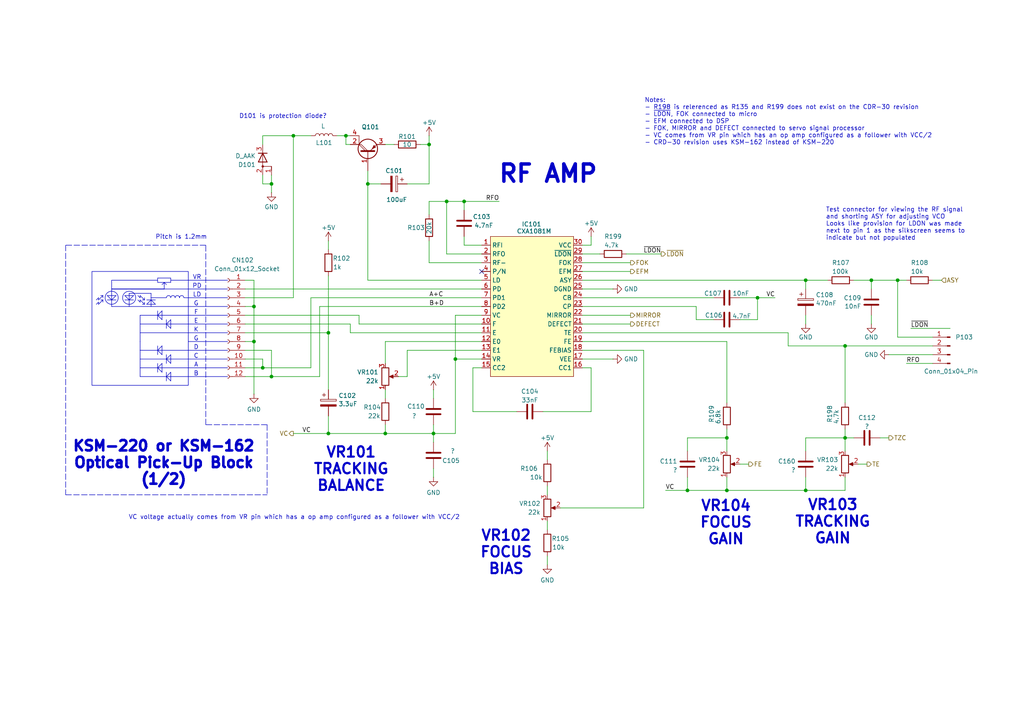
<source format=kicad_sch>
(kicad_sch (version 20231120) (generator "eeschema") (generator_version "8.0")
  (paper "A4")
  (title_block (title "PC-Engine CDR-30A (CD-ROM2) Schematics - MAIN PWR") (date "2025-02-09") (rev "0.3") (company "Author: Regis Galland"))
  (lib_symbols
    (symbol "Connector:Conn_01x04_Pin" (pin_names (offset 1.016) hide)
      (property "Reference" "J" (at 0 5.08 0))
      (property "Value" "Conn_01x04_Pin" (at 0 -7.62 0))
      (symbol "Conn_01x04_Pin_1_1"
        (polyline (pts (xy 1.27 -5.08) (xy 0.8636 -5.08)) (stroke (width 0.1524)))
        (polyline (pts (xy 1.27 -2.54) (xy 0.8636 -2.54)) (stroke (width 0.1524)))
        (polyline (pts (xy 1.27 0) (xy 0.8636 0)) (stroke (width 0.1524)))
        (polyline (pts (xy 1.27 2.54) (xy 0.8636 2.54)) (stroke (width 0.1524)))
        (rectangle (start 0.8636 -4.953) (end 0 -5.207) (stroke (width 0.1524)) (fill (type outline)))
        (rectangle (start 0.8636 -2.413) (end 0 -2.667) (stroke (width 0.1524)) (fill (type outline)))
        (rectangle (start 0.8636 0.127) (end 0 -0.127) (stroke (width 0.1524)) (fill (type outline)))
        (rectangle (start 0.8636 2.667) (end 0 2.413) (stroke (width 0.1524)) (fill (type outline)))
        (pin passive line (at 5.08 2.54 180) (length 3.81) (name "Pin_1") (number "1"))
        (pin passive line (at 5.08 0 180) (length 3.81) (name "Pin_2") (number "2"))
        (pin passive line (at 5.08 -2.54 180) (length 3.81) (name "Pin_3") (number "3"))
        (pin passive line (at 5.08 -5.08 180) (length 3.81) (name "Pin_4") (number "4"))
      )
    )
    (symbol "Connector:Conn_01x12_Socket" (pin_names (offset 1.016) hide)
      (property "Reference" "J" (at 0 15.24 0))
      (property "Value" "Conn_01x12_Socket" (at 0 -17.78 0))
      (symbol "Conn_01x12_Socket_1_1"
        (arc (start 0 -14.732) (mid -0.5058 -15.24) (end 0 -15.748) (stroke (width 0.1524)))
        (arc (start 0 -12.192) (mid -0.5058 -12.7) (end 0 -13.208) (stroke (width 0.1524)))
        (arc (start 0 -9.652) (mid -0.5058 -10.16) (end 0 -10.668) (stroke (width 0.1524)))
        (arc (start 0 -7.112) (mid -0.5058 -7.62) (end 0 -8.128) (stroke (width 0.1524)))
        (arc (start 0 -4.572) (mid -0.5058 -5.08) (end 0 -5.588) (stroke (width 0.1524)))
        (arc (start 0 -2.032) (mid -0.5058 -2.54) (end 0 -3.048) (stroke (width 0.1524)))
        (polyline (pts (xy -1.27 -15.24) (xy -0.508 -15.24)) (stroke (width 0.1524)))
        (polyline (pts (xy -1.27 -12.7) (xy -0.508 -12.7)) (stroke (width 0.1524)))
        (polyline (pts (xy -1.27 -10.16) (xy -0.508 -10.16)) (stroke (width 0.1524)))
        (polyline (pts (xy -1.27 -7.62) (xy -0.508 -7.62)) (stroke (width 0.1524)))
        (polyline (pts (xy -1.27 -5.08) (xy -0.508 -5.08)) (stroke (width 0.1524)))
        (polyline (pts (xy -1.27 -2.54) (xy -0.508 -2.54)) (stroke (width 0.1524)))
        (polyline (pts (xy -1.27 0) (xy -0.508 0)) (stroke (width 0.1524)))
        (polyline (pts (xy -1.27 2.54) (xy -0.508 2.54)) (stroke (width 0.1524)))
        (polyline (pts (xy -1.27 5.08) (xy -0.508 5.08)) (stroke (width 0.1524)))
        (polyline (pts (xy -1.27 7.62) (xy -0.508 7.62)) (stroke (width 0.1524)))
        (polyline (pts (xy -1.27 10.16) (xy -0.508 10.16)) (stroke (width 0.1524)))
        (polyline (pts (xy -1.27 12.7) (xy -0.508 12.7)) (stroke (width 0.1524)))
        (arc (start 0 0.508) (mid -0.5058 0) (end 0 -0.508) (stroke (width 0.1524)))
        (arc (start 0 3.048) (mid -0.5058 2.54) (end 0 2.032) (stroke (width 0.1524)))
        (arc (start 0 5.588) (mid -0.5058 5.08) (end 0 4.572) (stroke (width 0.1524)))
        (arc (start 0 8.128) (mid -0.5058 7.62) (end 0 7.112) (stroke (width 0.1524)))
        (arc (start 0 10.668) (mid -0.5058 10.16) (end 0 9.652) (stroke (width 0.1524)))
        (arc (start 0 13.208) (mid -0.5058 12.7) (end 0 12.192) (stroke (width 0.1524)))
        (pin passive line (at -5.08 12.7 0) (length 3.81) (name "Pin_1") (number "1"))
        (pin passive line (at -5.08 -10.16 0) (length 3.81) (name "Pin_10") (number "10"))
        (pin passive line (at -5.08 -12.7 0) (length 3.81) (name "Pin_11") (number "11"))
        (pin passive line (at -5.08 -15.24 0) (length 3.81) (name "Pin_12") (number "12"))
        (pin passive line (at -5.08 10.16 0) (length 3.81) (name "Pin_2") (number "2"))
        (pin passive line (at -5.08 7.62 0) (length 3.81) (name "Pin_3") (number "3"))
        (pin passive line (at -5.08 5.08 0) (length 3.81) (name "Pin_4") (number "4"))
        (pin passive line (at -5.08 2.54 0) (length 3.81) (name "Pin_5") (number "5"))
        (pin passive line (at -5.08 0 0) (length 3.81) (name "Pin_6") (number "6"))
        (pin passive line (at -5.08 -2.54 0) (length 3.81) (name "Pin_7") (number "7"))
        (pin passive line (at -5.08 -5.08 0) (length 3.81) (name "Pin_8") (number "8"))
        (pin passive line (at -5.08 -7.62 0) (length 3.81) (name "Pin_9") (number "9"))
      )
    )
    (symbol "Device:C" (pin_numbers hide) (pin_names (offset 0.254))
      (property "Reference" "C" (at 0.635 2.54 0))
      (property "Value" "C" (at 0.635 -2.54 0))
      (symbol "C_0_1"
        (polyline (pts (xy -2.032 -0.762) (xy 2.032 -0.762)) (stroke (width 0.508)))
        (polyline (pts (xy -2.032 0.762) (xy 2.032 0.762)) (stroke (width 0.508)))
      )
      (symbol "C_1_1"
        (pin passive line (at 0 3.81 270) (length 2.794) (name "~") (number "1"))
        (pin passive line (at 0 -3.81 90) (length 2.794) (name "~") (number "2"))
      )
    )
    (symbol "Device:C_Polarized" (pin_numbers hide) (pin_names (offset 0.254))
      (property "Reference" "C" (at 0.635 2.54 0))
      (property "Value" "C_Polarized" (at 0.635 -2.54 0))
      (symbol "C_Polarized_0_1"
        (rectangle (start -2.286 0.508) (end 2.286 1.016))
        (polyline (pts (xy -1.778 2.286) (xy -0.762 2.286)))
        (polyline (pts (xy -1.27 2.794) (xy -1.27 1.778)))
        (rectangle (start 2.286 -0.508) (end -2.286 -1.016) (fill (type outline)))
      )
      (symbol "C_Polarized_1_1"
        (pin passive line (at 0 3.81 270) (length 2.794) (name "~") (number "1"))
        (pin passive line (at 0 -3.81 90) (length 2.794) (name "~") (number "2"))
      )
    )
    (symbol "Device:D_AAK" (pin_names (offset 0) hide)
      (property "Reference" "D" (at 0 2.54 0))
      (property "Value" "D_AAK" (at 0 -2.54 0))
      (symbol "D_AAK_0_1"
        (polyline (pts (xy -1.27 1.27) (xy -1.27 -1.27)) (stroke (width 0.254)))
        (polyline (pts (xy 1.27 1.27) (xy 1.27 -1.27) (xy -1.27 0) (xy 1.27 1.27)) (stroke (width 0.254)))
        (polyline (pts (xy 3.81 2.54) (xy 2.54 2.54) (xy 2.54 0) (xy -1.27 0)))
        (circle (center 2.54 0) (radius 0.254) (fill (type outline)))
      )
      (symbol "D_AAK_1_1"
        (pin passive line (at 5.08 2.54 180) (length 2.54) (name "A") (number "1"))
        (pin passive line (at 5.08 0 180) (length 2.54) (name "A") (number "2"))
        (pin passive line (at -3.81 0 0) (length 2.54) (name "K") (number "3"))
      )
    )
    (symbol "Device:L" (pin_numbers hide) (pin_names (offset 1.016) hide)
      (property "Reference" "L" (at -1.27 0 90))
      (property "Value" "L" (at 1.905 0 90))
      (symbol "L_0_1"
        (arc (start 0 -2.54) (mid 0.6323 -1.905) (end 0 -1.27))
        (arc (start 0 -1.27) (mid 0.6323 -0.635) (end 0 0))
        (arc (start 0 0) (mid 0.6323 0.635) (end 0 1.27))
        (arc (start 0 1.27) (mid 0.6323 1.905) (end 0 2.54))
      )
      (symbol "L_1_1"
        (pin passive line (at 0 3.81 270) (length 1.27) (name "1") (number "1"))
        (pin passive line (at 0 -3.81 90) (length 1.27) (name "2") (number "2"))
      )
    )
    (symbol "Device:Q_PNP_Darlington_BCEC" (pin_names (offset 0) hide)
      (property "Reference" "Q" (at 5.588 1.27 0))
      (property "Value" "Q_PNP_Darlington_BCEC" (at 5.588 -1.27 0))
      (symbol "Q_PNP_Darlington_BCEC_0_1"
        (polyline (pts (xy 0.635 0.635) (xy 2.54 2.54)))
        (polyline (pts (xy 5.08 2.54) (xy 2.54 2.54)))
        (polyline (pts (xy 0.635 -0.635) (xy 2.54 -2.54) (xy 2.54 -2.54)))
        (polyline (pts (xy 0.635 0) (xy 2.54 1.905) (xy 2.54 2.54)))
        (polyline (pts (xy 0.635 1.905) (xy 0.635 -1.905) (xy 0.635 -1.905)) (stroke (width 0.508)))
        (polyline (pts (xy 2.286 -1.778) (xy 1.778 -2.286) (xy 1.27 -1.27) (xy 2.286 -1.778) (xy 2.286 -1.778)) (fill (type outline)))
        (circle (center 1.27 0) (radius 2.8194) (stroke (width 0.254)))
      )
      (symbol "Q_PNP_Darlington_BCEC_1_1"
        (pin input line (at -5.08 0 0) (length 5.715) (name "B") (number "1"))
        (pin passive line (at 2.54 5.08 270) (length 2.54) (name "C") (number "2"))
        (pin passive line (at 2.54 -5.08 90) (length 2.54) (name "E") (number "3"))
        (pin passive line (at 5.08 5.08 270) (length 2.54) (name "C") (number "4"))
      )
    )
    (symbol "Device:R" (pin_numbers hide) (pin_names (offset 0))
      (property "Reference" "R" (at 2.032 0 90))
      (property "Value" "R" (at 0 0 90))
      (symbol "R_0_1"
        (rectangle (start -1.016 -2.54) (end 1.016 2.54) (stroke (width 0.254)))
      )
      (symbol "R_1_1"
        (pin passive line (at 0 3.81 270) (length 1.27) (name "~") (number "1"))
        (pin passive line (at 0 -3.81 90) (length 1.27) (name "~") (number "2"))
      )
    )
    (symbol "Device:R_Potentiometer" (pin_names (offset 1.016) hide)
      (property "Reference" "RV" (at -4.445 0 90))
      (property "Value" "R_Potentiometer" (at -2.54 0 90))
      (symbol "R_Potentiometer_0_1"
        (polyline (pts (xy 2.54 0) (xy 1.524 0)))
        (polyline (pts (xy 1.143 0) (xy 2.286 0.508) (xy 2.286 -0.508) (xy 1.143 0)) (fill (type outline)))
        (rectangle (start 1.016 2.54) (end -1.016 -2.54) (stroke (width 0.254)))
      )
      (symbol "R_Potentiometer_1_1"
        (pin passive line (at 0 3.81 270) (length 1.27) (name "1") (number "1"))
        (pin passive line (at 3.81 0 180) (length 1.27) (name "2") (number "2"))
        (pin passive line (at 0 -3.81 90) (length 1.27) (name "3") (number "3"))
      )
    )
    (symbol "PC-Engine_CDR-30:CXA1081M"
      (property "Reference" "IC" (at -0.635 40.005 0))
      (property "Value" "CXA1081M" (at 7.62 4.445 0))
      (symbol "CXA1081M_0_0"
        (rectangle (start 2.54 2.54) (end 26.67 -38.1) (stroke (width 0.1524)) (fill (type background)))
      )
      (symbol "CXA1081M_1_1"
        (pin input line (at 0 0 0) (length 2.54) (name "RFI") (number "1"))
        (pin input line (at 0 -22.86 0) (length 2.54) (name "F") (number "10"))
        (pin input line (at 0 -25.4 0) (length 2.54) (name "E") (number "11"))
        (pin output line (at 0 -27.94 0) (length 2.54) (name "E0") (number "12"))
        (pin input line (at 0 -30.48 0) (length 2.54) (name "E1") (number "13"))
        (pin power_out line (at 0 -33.02 0) (length 2.54) (name "VR") (number "14"))
        (pin input line (at 0 -35.56 0) (length 2.54) (name "CC2") (number "15"))
        (pin input line (at 29.21 -35.56 180) (length 2.54) (name "CC1") (number "16"))
        (pin power_in line (at 29.21 -33.02 180) (length 2.54) (name "VEE") (number "17"))
        (pin input line (at 29.21 -30.48 180) (length 2.54) (name "FEBIAS") (number "18"))
        (pin output line (at 29.21 -27.94 180) (length 2.54) (name "FE") (number "19"))
        (pin output line (at 0 -2.54 0) (length 2.54) (name "RFO") (number "2"))
        (pin output line (at 29.21 -25.4 180) (length 2.54) (name "TE") (number "20"))
        (pin output line (at 29.21 -22.86 180) (length 2.54) (name "DEFECT") (number "21"))
        (pin input line (at 29.21 -20.32 180) (length 2.54) (name "MIRROR") (number "22"))
        (pin input line (at 29.21 -17.78 180) (length 2.54) (name "CP") (number "23"))
        (pin input line (at 29.21 -15.24 180) (length 2.54) (name "CB") (number "24"))
        (pin power_in line (at 29.21 -12.7 180) (length 2.54) (name "DGND") (number "25"))
        (pin input line (at 29.21 -10.16 180) (length 2.54) (name "ASY") (number "26"))
        (pin output line (at 29.21 -7.62 180) (length 2.54) (name "EFM") (number "27"))
        (pin input line (at 29.21 -5.08 180) (length 2.54) (name "FOK") (number "28"))
        (pin input line (at 29.21 -2.54 180) (length 2.54) (name "~{LDON}") (number "29"))
        (pin input line (at 0 -5.08 0) (length 2.54) (name "RF-") (number "3"))
        (pin power_in line (at 29.21 0 180) (length 2.54) (name "VCC") (number "30"))
        (pin input line (at 0 -7.62 0) (length 2.54) (name "P/N") (number "4"))
        (pin output line (at 0 -10.16 0) (length 2.54) (name "LD") (number "5"))
        (pin input line (at 0 -12.7 0) (length 2.54) (name "PD") (number "6"))
        (pin input line (at 0 -15.24 0) (length 2.54) (name "PD1") (number "7"))
        (pin input line (at 0 -17.78 0) (length 2.54) (name "PD2") (number "8"))
        (pin power_in line (at 0 -20.32 0) (length 2.54) (name "VC") (number "9"))
      )
    )
    (symbol "power:+5V" (power) (pin_numbers hide) (pin_names (offset 0) hide)
      (property "Value" "+5V" (at 0 3.556 0))
      (symbol "+5V_0_1"
        (polyline (pts (xy -0.762 1.27) (xy 0 2.54)))
        (polyline (pts (xy 0 0) (xy 0 2.54)))
        (polyline (pts (xy 0 2.54) (xy 0.762 1.27)))
      )
      (symbol "+5V_1_1"
        (pin power_in line (at 0 0 90) (length 0) (name "~") (number "1"))
      )
    )
    (symbol "power:GND" (power) (pin_numbers hide) (pin_names (offset 0) hide)
      (property "Value" "GND" (at 0 -3.81 0))
      (symbol "GND_0_1"
        (polyline (pts (xy 0 0) (xy 0 -1.27) (xy 1.27 -1.27) (xy 0 -2.54) (xy -1.27 -1.27) (xy 0 -1.27)))
      )
      (symbol "GND_1_1"
        (pin power_in line (at 0 0 270) (length 0) (name "~") (number "1"))
      )
    )
  )
  (junction (at 76.2 106.68))
  (junction (at 111.76 125.73))
  (junction (at 106.68 53.34))
  (junction (at 132.08 104.14))
  (junction (at 245.11 100.33))
  (junction (at 129.54 58.42))
  (junction (at 233.68 142.24))
  (junction (at 260.35 81.28))
  (junction (at 210.82 127))
  (junction (at 100.33 39.37))
  (junction (at 78.74 53.34))
  (junction (at 219.71 86.36))
  (junction (at 199.39 142.24))
  (junction (at 78.74 109.22))
  (junction (at 125.73 125.73))
  (junction (at 73.66 88.9))
  (junction (at 95.25 96.52))
  (junction (at 210.82 142.24))
  (junction (at 134.62 58.42))
  (junction (at 233.68 81.28))
  (junction (at 245.11 127))
  (junction (at 85.09 39.37))
  (junction (at 252.73 81.28))
  (junction (at 95.25 125.73))
  (junction (at 124.46 41.91))
  (junction (at 73.66 99.06))
  (no_connect (at 139.7 78.74))
  (polyline (pts (xy 41.275 88.265) (xy 41.91 88.265)))
  (wire (pts (xy 134.62 71.12) (xy 139.7 71.12)))
  (wire (pts (xy 158.75 130.81) (xy 158.75 133.35)))
  (wire (pts (xy 104.14 91.44) (xy 71.12 91.44)))
  (wire (pts (xy 158.75 140.97) (xy 158.75 143.51)))
  (wire (pts (xy 106.68 53.34) (xy 106.68 81.28)))
  (wire (pts (xy 106.68 53.34) (xy 110.49 53.34)))
  (polyline (pts (xy 19.05 71.12) (xy 19.05 143.51)) (stroke (width 0) (type dash)))
  (polyline (pts (xy 32.385 88.9) (xy 54.61 88.9)))
  (wire (pts (xy 124.46 53.34) (xy 118.11 53.34)))
  (polyline (pts (xy 45.085 88.265) (xy 42.545 88.265)))
  (polyline (pts (xy 32.385 83.82) (xy 32.385 88.9)))
  (wire (pts (xy 168.91 99.06) (xy 210.82 99.06)))
  (wire (pts (xy 111.76 125.73) (xy 111.76 123.19)))
  (polyline (pts (xy 59.69 71.12) (xy 19.05 71.12)) (stroke (width 0) (type dash)))
  (wire (pts (xy 210.82 142.24) (xy 233.68 142.24)))
  (wire (pts (xy 71.12 106.68) (xy 76.2 106.68)))
  (wire (pts (xy 111.76 125.73) (xy 125.73 125.73)))
  (wire (pts (xy 125.73 125.73) (xy 125.73 128.27)))
  (polyline (pts (xy 37.465 86.995) (xy 36.195 85.725)))
  (wire (pts (xy 134.62 58.42) (xy 144.78 58.42)))
  (polyline (pts (xy 66.04 109.22) (xy 40.64 109.22)))
  (polyline (pts (xy 47.625 81.915) (xy 47.625 83.82)))
  (polyline (pts (xy 41.275 86.995) (xy 41.91 86.995)))
  (wire (pts (xy 255.27 127) (xy 257.81 127)))
  (wire (pts (xy 73.66 81.28) (xy 71.12 81.28)))
  (polyline (pts (xy 40.64 93.98) (xy 66.04 93.98)))
  (polyline (pts (xy 45.72 91.44) (xy 46.99 92.71)))
  (wire (pts (xy 248.92 134.62) (xy 251.46 134.62)))
  (wire (pts (xy 245.11 138.43) (xy 245.11 142.24)))
  (polyline (pts (xy 32.385 86.995) (xy 33.655 85.725)))
  (polyline (pts (xy 41.91 88.265) (xy 41.91 87.63)))
  (polyline (pts (xy 40.64 104.14) (xy 66.04 104.14)))
  (polyline (pts (xy 31.115 86.995) (xy 33.655 86.995)))
  (wire (pts (xy 182.88 78.74) (xy 168.91 78.74)))
  (wire (pts (xy 214.63 86.36) (xy 219.71 86.36)))
  (polyline (pts (xy 48.26 102.87) (xy 48.26 105.41)))
  (wire (pts (xy 132.08 104.14) (xy 132.08 125.73)))
  (polyline (pts (xy 45.72 106.68) (xy 46.99 105.41)))
  (polyline (pts (xy 40.64 99.06) (xy 40.64 91.44)))
  (wire (pts (xy 90.17 86.36) (xy 139.7 86.36)))
  (wire (pts (xy 124.46 69.85) (xy 124.46 76.2)))
  (polyline (pts (xy 48.26 92.71) (xy 48.26 95.25)))
  (wire (pts (xy 124.46 41.91) (xy 121.92 41.91)))
  (polyline (pts (xy 43.815 86.995) (xy 45.085 88.265)))
  (wire (pts (xy 199.39 127) (xy 199.39 130.81)))
  (polyline (pts (xy 28.575 88.265) (xy 29.845 86.995)))
  (wire (pts (xy 270.51 81.28) (xy 273.05 81.28)))
  (wire (pts (xy 73.66 88.9) (xy 73.66 99.06)))
  (wire (pts (xy 182.88 93.98) (xy 168.91 93.98)))
  (wire (pts (xy 129.54 73.66) (xy 139.7 73.66)))
  (wire (pts (xy 168.91 88.9) (xy 201.93 88.9)))
  (wire (pts (xy 247.65 81.28) (xy 252.73 81.28)))
  (wire (pts (xy 111.76 41.91) (xy 114.3 41.91)))
  (wire (pts (xy 78.74 55.88) (xy 78.74 53.34)))
  (wire (pts (xy 132.08 125.73) (xy 125.73 125.73)))
  (wire (pts (xy 129.54 58.42) (xy 124.46 58.42)))
  (wire (pts (xy 210.82 124.46) (xy 210.82 127)))
  (wire (pts (xy 76.2 39.37) (xy 85.09 39.37)))
  (wire (pts (xy 124.46 58.42) (xy 124.46 62.23)))
  (polyline (pts (xy 46.99 82.55) (xy 47.625 81.915)))
  (wire (pts (xy 210.82 99.06) (xy 210.82 116.84)))
  (wire (pts (xy 101.6 93.98) (xy 101.6 96.52)))
  (polyline (pts (xy 77.47 123.19) (xy 59.69 123.19)) (stroke (width 0) (type dash)))
  (polyline (pts (xy 28.575 86.995) (xy 29.845 85.725)))
  (wire (pts (xy 71.12 109.22) (xy 78.74 109.22)))
  (polyline (pts (xy 66.04 83.82) (xy 32.385 83.82)))
  (wire (pts (xy 158.75 151.13) (xy 158.75 153.67)))
  (wire (pts (xy 252.73 93.98) (xy 252.73 91.44)))
  (polyline (pts (xy 29.21 86.995) (xy 29.845 86.995)))
  (polyline (pts (xy 29.845 85.725) (xy 29.845 86.36)))
  (polyline (pts (xy 31.115 85.725) (xy 33.655 85.725)))
  (wire (pts (xy 207.01 92.71) (xy 201.93 92.71)))
  (polyline (pts (xy 27.94 86.995) (xy 28.575 86.36)))
  (polyline (pts (xy 40.64 91.44) (xy 66.04 91.44)))
  (wire (pts (xy 182.88 91.44) (xy 168.91 91.44)))
  (polyline (pts (xy 43.815 85.09) (xy 43.815 86.36)))
  (polyline (pts (xy 49.53 81.28) (xy 66.04 81.28)))
  (polyline (pts (xy 28.575 86.36) (xy 28.575 86.995)))
  (polyline (pts (xy 45.72 105.41) (xy 45.72 107.95)))
  (wire (pts (xy 139.7 106.68) (xy 137.16 106.68)))
  (wire (pts (xy 139.7 99.06) (xy 111.76 99.06)))
  (polyline (pts (xy 40.64 106.68) (xy 66.04 106.68)))
  (polyline (pts (xy 37.465 85.09) (xy 37.465 88.9)))
  (polyline (pts (xy 45.72 106.68) (xy 46.99 107.95)))
  (wire (pts (xy 245.11 100.33) (xy 270.51 100.33)))
  (wire (pts (xy 71.12 93.98) (xy 101.6 93.98)))
  (wire (pts (xy 106.68 81.28) (xy 139.7 81.28)))
  (polyline (pts (xy 43.815 86.995) (xy 42.545 88.265)))
  (wire (pts (xy 100.33 41.91) (xy 100.33 39.37)))
  (polyline (pts (xy 29.21 85.725) (xy 29.845 85.725)))
  (wire (pts (xy 252.73 81.28) (xy 252.73 83.82)))
  (polyline (pts (xy 46.99 100.33) (xy 46.99 102.87)))
  (polyline (pts (xy 37.465 85.09) (xy 43.815 85.09)))
  (wire (pts (xy 71.12 83.82) (xy 139.7 83.82)))
  (wire (pts (xy 76.2 104.14) (xy 76.2 106.68)))
  (wire (pts (xy 71.12 88.9) (xy 73.66 88.9)))
  (wire (pts (xy 111.76 115.57) (xy 111.76 113.03)))
  (polyline (pts (xy 29.845 86.995) (xy 29.845 87.63)))
  (polyline (pts (xy 32.385 83.82) (xy 47.625 83.82)))
  (polyline (pts (xy 36.195 86.995) (xy 38.735 86.995)))
  (wire (pts (xy 85.09 125.73) (xy 95.25 125.73)))
  (wire (pts (xy 193.04 142.24) (xy 199.39 142.24)))
  (polyline (pts (xy 48.26 104.14) (xy 49.53 102.87)))
  (polyline (pts (xy 54.61 99.06) (xy 66.04 99.06)))
  (polyline (pts (xy 37.465 86.995) (xy 38.735 85.725)))
  (wire (pts (xy 233.68 142.24) (xy 233.68 138.43)))
  (polyline (pts (xy 45.72 100.33) (xy 45.72 102.87)))
  (polyline (pts (xy 43.815 88.9) (xy 43.815 86.36)))
  (wire (pts (xy 210.82 142.24) (xy 210.82 138.43)))
  (wire (pts (xy 157.48 119.38) (xy 171.45 119.38)))
  (wire (pts (xy 118.11 101.6) (xy 139.7 101.6)))
  (polyline (pts (xy 47.625 81.915) (xy 48.26 82.55)))
  (wire (pts (xy 264.16 95.25) (xy 275.59 95.25)))
  (wire (pts (xy 210.82 127) (xy 199.39 127)))
  (wire (pts (xy 233.68 81.28) (xy 233.68 83.82)))
  (wire (pts (xy 132.08 91.44) (xy 132.08 104.14)))
  (wire (pts (xy 124.46 41.91) (xy 124.46 53.34)))
  (wire (pts (xy 173.99 73.66) (xy 168.91 73.66)))
  (wire (pts (xy 139.7 104.14) (xy 132.08 104.14)))
  (wire (pts (xy 137.16 106.68) (xy 137.16 119.38)))
  (wire (pts (xy 168.91 83.82) (xy 177.8 83.82)))
  (wire (pts (xy 106.68 49.53) (xy 106.68 53.34)))
  (polyline (pts (xy 19.05 143.51) (xy 77.47 143.51)) (stroke (width 0) (type dash)))
  (polyline (pts (xy 32.385 81.28) (xy 32.385 83.82)))
  (polyline (pts (xy 28.575 87.63) (xy 28.575 88.265)))
  (polyline (pts (xy 27.94 88.265) (xy 28.575 87.63)))
  (polyline (pts (xy 49.53 107.95) (xy 49.53 110.49)))
  (wire (pts (xy 245.11 124.46) (xy 245.11 127)))
  (polyline (pts (xy 46.99 90.17) (xy 46.99 92.71)))
  (polyline (pts (xy 48.26 93.98) (xy 49.53 92.71)))
  (wire (pts (xy 124.46 76.2) (xy 139.7 76.2)))
  (wire (pts (xy 71.12 104.14) (xy 76.2 104.14)))
  (polyline (pts (xy 40.005 85.725) (xy 40.64 86.36)))
  (wire (pts (xy 73.66 88.9) (xy 73.66 81.28)))
  (polyline (pts (xy 49.53 102.87) (xy 49.53 105.41)))
  (wire (pts (xy 78.74 50.8) (xy 78.74 53.34)))
  (polyline (pts (xy 45.72 101.6) (xy 46.99 102.87)))
  (wire (pts (xy 210.82 130.81) (xy 210.82 127)))
  (polyline (pts (xy 46.99 105.41) (xy 46.99 107.95)))
  (polyline (pts (xy 40.005 86.995) (xy 40.64 87.63)))
  (wire (pts (xy 118.11 101.6) (xy 118.11 109.22)))
  (wire (pts (xy 168.91 104.14) (xy 177.8 104.14)))
  (wire (pts (xy 90.17 106.68) (xy 90.17 86.36)))
  (wire (pts (xy 76.2 39.37) (xy 76.2 41.91)))
  (wire (pts (xy 101.6 96.52) (xy 139.7 96.52)))
  (wire (pts (xy 191.77 73.66) (xy 181.61 73.66)))
  (wire (pts (xy 71.12 96.52) (xy 95.25 96.52)))
  (wire (pts (xy 124.46 39.37) (xy 124.46 41.91)))
  (wire (pts (xy 214.63 92.71) (xy 219.71 92.71)))
  (wire (pts (xy 168.91 81.28) (xy 233.68 81.28)))
  (wire (pts (xy 247.65 127) (xy 245.11 127)))
  (wire (pts (xy 85.09 39.37) (xy 90.17 39.37)))
  (wire (pts (xy 111.76 125.73) (xy 95.25 125.73)))
  (wire (pts (xy 260.35 97.79) (xy 270.51 97.79)))
  (wire (pts (xy 252.73 81.28) (xy 260.35 81.28)))
  (wire (pts (xy 245.11 127) (xy 245.11 130.81)))
  (polyline (pts (xy 40.64 109.22) (xy 40.64 101.6)))
  (wire (pts (xy 134.62 68.58) (xy 134.62 71.12)))
  (wire (pts (xy 168.91 86.36) (xy 207.01 86.36)))
  (wire (pts (xy 262.89 105.41) (xy 270.51 105.41)))
  (wire (pts (xy 104.14 91.44) (xy 104.14 93.98)))
  (wire (pts (xy 199.39 142.24) (xy 210.82 142.24)))
  (wire (pts (xy 73.66 99.06) (xy 73.66 114.3)))
  (wire (pts (xy 168.91 71.12) (xy 171.45 71.12)))
  (wire (pts (xy 201.93 92.71) (xy 201.93 88.9)))
  (wire (pts (xy 78.74 101.6) (xy 71.12 101.6)))
  (wire (pts (xy 245.11 142.24) (xy 233.68 142.24)))
  (wire (pts (xy 95.25 69.85) (xy 95.25 72.39)))
  (wire (pts (xy 78.74 53.34) (xy 76.2 53.34)))
  (wire (pts (xy 100.33 39.37) (xy 97.79 39.37)))
  (wire (pts (xy 245.11 127) (xy 233.68 127)))
  (polyline (pts (xy 45.72 91.44) (xy 46.99 90.17)))
  (wire (pts (xy 76.2 106.68) (xy 90.17 106.68)))
  (polyline (pts (xy 32.385 81.28) (xy 45.72 81.28)))
  (wire (pts (xy 219.71 86.36) (xy 219.71 92.71)))
  (wire (pts (xy 129.54 58.42) (xy 134.62 58.42)))
  (wire (pts (xy 168.91 96.52) (xy 228.6 96.52)))
  (polyline (pts (xy 59.69 123.19) (xy 59.69 71.12)) (stroke (width 0) (type dash)))
  (wire (pts (xy 78.74 101.6) (xy 78.74 109.22)))
  (wire (pts (xy 125.73 135.89) (xy 125.73 138.43)))
  (wire (pts (xy 78.74 109.22) (xy 92.71 109.22)))
  (wire (pts (xy 118.11 109.22) (xy 115.57 109.22)))
  (wire (pts (xy 158.75 161.29) (xy 158.75 163.83)))
  (wire (pts (xy 100.33 39.37) (xy 101.6 39.37)))
  (polyline (pts (xy 45.72 90.17) (xy 45.72 92.71)))
  (wire (pts (xy 76.2 53.34) (xy 76.2 50.8)))
  (polyline (pts (xy 40.64 99.06) (xy 40.64 101.6)))
  (wire (pts (xy 233.68 81.28) (xy 240.03 81.28)))
  (polyline (pts (xy 48.26 104.14) (xy 49.53 105.41)))
  (polyline (pts (xy 40.64 101.6) (xy 66.04 101.6)))
  (wire (pts (xy 134.62 60.96) (xy 134.62 58.42)))
  (polyline (pts (xy 53.34 86.36) (xy 66.04 86.36)))
  (wire (pts (xy 137.16 119.38) (xy 149.86 119.38)))
  (wire (pts (xy 139.7 93.98) (xy 104.14 93.98)))
  (wire (pts (xy 214.63 134.62) (xy 217.17 134.62)))
  (wire (pts (xy 260.35 81.28) (xy 262.89 81.28)))
  (wire (pts (xy 233.68 91.44) (xy 233.68 93.98)))
  (polyline (pts (xy 48.26 109.22) (xy 49.53 107.95)))
  (polyline (pts (xy 40.64 87.63) (xy 40.64 86.995)))
  (wire (pts (xy 245.11 100.33) (xy 245.11 116.84)))
  (wire (pts (xy 219.71 86.36) (xy 224.79 86.36)))
  (wire (pts (xy 171.45 68.58) (xy 171.45 71.12)))
  (wire (pts (xy 139.7 91.44) (xy 132.08 91.44)))
  (wire (pts (xy 182.88 76.2) (xy 168.91 76.2)))
  (wire (pts (xy 260.35 81.28) (xy 260.35 97.79)))
  (wire (pts (xy 71.12 99.06) (xy 73.66 99.06)))
  (wire (pts (xy 95.25 96.52) (xy 95.25 113.03)))
  (wire (pts (xy 168.91 101.6) (xy 186.69 101.6)))
  (wire (pts (xy 125.73 125.73) (xy 125.73 123.19)))
  (polyline (pts (xy 54.61 88.9) (xy 66.04 88.9)))
  (wire (pts (xy 71.12 86.36) (xy 85.09 86.36)))
  (wire (pts (xy 95.25 80.01) (xy 95.25 96.52)))
  (wire (pts (xy 111.76 99.06) (xy 111.76 105.41)))
  (polyline (pts (xy 40.64 85.725) (xy 41.91 86.995)))
  (wire (pts (xy 270.51 102.87) (xy 257.81 102.87)))
  (wire (pts (xy 129.54 58.42) (xy 129.54 73.66)))
  (polyline (pts (xy 48.26 109.22) (xy 49.53 110.49)))
  (polyline (pts (xy 48.26 107.95) (xy 48.26 110.49)))
  (polyline (pts (xy 45.72 101.6) (xy 46.99 100.33)))
  (wire (pts (xy 95.25 120.65) (xy 95.25 125.73)))
  (polyline (pts (xy 36.195 85.725) (xy 38.735 85.725)))
  (wire (pts (xy 233.68 127) (xy 233.68 130.81)))
  (wire (pts (xy 228.6 96.52) (xy 228.6 100.33)))
  (polyline (pts (xy 48.26 93.98) (xy 49.53 95.25)))
  (polyline (pts (xy 43.815 86.36) (xy 48.26 86.36)))
  (polyline (pts (xy 40.64 86.995) (xy 41.91 88.265)))
  (polyline (pts (xy 40.64 96.52) (xy 66.04 96.52)))
  (polyline (pts (xy 40.64 86.36) (xy 40.64 85.725)))
  (wire (pts (xy 162.56 147.32) (xy 186.69 147.32)))
  (wire (pts (xy 101.6 41.91) (xy 100.33 41.91)))
  (wire (pts (xy 85.09 39.37) (xy 85.09 86.36)))
  (polyline (pts (xy 45.085 86.995) (xy 42.545 86.995)))
  (wire (pts (xy 228.6 100.33) (xy 245.11 100.33)))
  (wire (pts (xy 171.45 119.38) (xy 171.45 106.68)))
  (wire (pts (xy 199.39 138.43) (xy 199.39 142.24)))
  (polyline (pts (xy 49.53 92.71) (xy 49.53 95.25)))
  (wire (pts (xy 171.45 106.68) (xy 168.91 106.68)))
  (wire (pts (xy 92.71 109.22) (xy 92.71 88.9)))
  (polyline (pts (xy 41.91 86.995) (xy 41.91 86.36)))
  (wire (pts (xy 125.73 113.03) (xy 125.73 115.57)))
  (polyline (pts (xy 77.47 123.19) (xy 77.47 143.51)) (stroke (width 0) (type dash)))
  (wire (pts (xy 186.69 101.6) (xy 186.69 147.32)))
  (polyline (pts (xy 32.385 86.995) (xy 31.115 85.725)))
  (wire (pts (xy 92.71 88.9) (xy 139.7 88.9)))
  (arc (start 52.07 86.36) (mid 52.705 85.725) (end 53.34 86.36))
  (arc (start 50.8 86.36) (mid 51.435 85.725) (end 52.07 86.36))
  (circle (center 37.465 86.36) (radius 1.905))
  (rectangle (start 26.67 78.74) (end 54.61 111.76))
  (circle (center 32.385 86.36) (radius 1.905))
  (rectangle (start 45.72 80.645) (end 49.53 81.915))
  (arc (start 48.26 86.36) (mid 48.895 85.725) (end 49.53 86.36))
  (arc (start 49.53 86.36) (mid 50.165 85.725) (end 50.8 86.36))
  (text "C" (at 56.896 103.378 0) (effects (font (size 1.27 1.27))))
  (text "LD" (at 57.15 85.598 0) (effects (font (size 1.27 1.27))))
  (text "RF AMP" (at 159.004 50.546 0) (effects (font (size 5 5) (thickness 1) (bold yes))))
  (text "G" (at 56.896 88.138 0) (effects (font (size 1.27 1.27))))
  (text "D" (at 56.896 100.838 0) (effects (font (size 1.27 1.27))))
  (text "VR" (at 57.15 80.518 0) (effects (font (size 1.27 1.27))))
  (text "Pitch is 1.2mm" (at 52.578 68.834 0) (effects (font (size 1.27 1.27))))
  (text "K" (at 56.896 95.758 0) (effects (font (size 1.27 1.27))))
  (text "B" (at 56.896 108.458 0) (effects (font (size 1.27 1.27))))
  (text "Test connector for viewing the RF signal\nand shorting ASY for adjusting VCO\nLooks like provision for LDON was made\nnext to pin 1 as the silkscreen seems to\nindicate but not populated" (at 239.522 69.85 0) (effects (font (size 1.27 1.27)) (justify left bottom)))
  (text "Notes:\n- R198 is relerenced as R135 and R199 does not exist on the CDR-30 revision\n- ~{LDON}, FOK connected to micro\n- EFM connected to DSP\n- FOK, MIRROR and DEFECT connected to servo signal processor\n- VC comes from VR pin which has an op amp configured as a follower with VCC/2\n- CRD-30 revision uses KSM-162 instead of KSM-220" (at 186.944 35.306 0) (effects (font (size 1.27 1.27)) (justify left)))
  (text "PD" (at 57.15 83.058 0) (effects (font (size 1.27 1.27))))
  (text "D101 is protection diode?" (at 69.342 34.544 0) (effects (font (size 1.27 1.27)) (justify left bottom)))
  (text "A" (at 56.896 105.918 0) (effects (font (size 1.27 1.27))))
  (text "KSM-220 or KSM-162\nOptical Pick-Up Block\n(1/2)" (at 47.498 134.366 0) (effects (font (size 3 3) (thickness 1) (bold yes))))
  (text "F" (at 56.896 90.678 0) (effects (font (size 1.27 1.27))))
  (text "VR103\nTRACKING\nGAIN\n" (at 241.554 157.988 0) (effects (font (size 3 3) (thickness 0.6) (bold yes)) (justify bottom)))
  (text "VC voltage actually comes from VR pin which has a op amp configured as a follower with VCC/2" (at 85.344 150.114 0) (effects (font (size 1.27 1.27))))
  (text "G" (at 56.896 98.298 0) (effects (font (size 1.27 1.27))))
  (text "VR104\nFOCUS\nGAIN\n" (at 210.566 158.242 0) (effects (font (size 3 3) (thickness 0.6) (bold yes)) (justify bottom)))
  (text "VR101\nTRACKING\nBALANCE" (at 101.854 142.748 0) (effects (font (size 3 3) (thickness 0.6) (bold yes)) (justify bottom)))
  (text "VR102\nFOCUS\nBIAS" (at 146.812 166.878 0) (effects (font (size 3 3) (thickness 0.6) (bold yes)) (justify bottom)))
  (text "E" (at 56.896 93.218 0) (effects (font (size 1.27 1.27))))
  (label "A+C" (at 124.46 86.36 0))
  (label "VC" (at 87.63 125.73 0))
  (label "VC" (at 224.79 86.36 180))
  (label "~{LDON}" (at 264.16 95.25 0))
  (label "VC" (at 193.04 142.24 0))
  (label "~{LDON}" (at 191.77 73.66 180))
  (label "RFO" (at 144.78 58.42 180))
  (label "RFO" (at 262.89 105.41 0))
  (label "B+D" (at 124.46 88.9 0))
  (hierarchical_label "TZC" (shape output) (at 257.81 127 0))
  (hierarchical_label "ASY" (shape input) (at 273.05 81.28 0))
  (hierarchical_label "EFM" (shape output) (at 182.88 78.74 0))
  (hierarchical_label "FE" (shape output) (at 217.17 134.62 0))
  (hierarchical_label "TE" (shape output) (at 251.46 134.62 0))
  (hierarchical_label "VC" (shape output) (at 85.09 125.73 180))
  (hierarchical_label "FOK" (shape output) (at 182.88 76.2 0))
  (hierarchical_label "MIRROR" (shape output) (at 182.88 91.44 0))
  (hierarchical_label "DEFECT" (shape output) (at 182.88 93.98 0))
  (hierarchical_label "~{LDON}" (shape output) (at 191.77 73.66 0))
  (symbol (lib_id "Device:R") (at 177.8 73.66 90) (mirror x) (unit 1)
    (property "Reference" "R199" (at 175.26 68.58 90) (effects (justify right)))
    (property "Value" "4.7k" (at 175.26 71.12 90) (effects (justify right)))
    (property "Footprint" "Resistor_SMD:R_0603_1608Metric" (effects (hide yes)))
  )
  (symbol (lib_id "Device:C") (at 134.62 64.77 0) (unit 1)
    (property "Reference" "C103" (at 139.7 62.865 0))
    (property "Value" "4.7nF" (at 140.335 65.405 0))
    (property "Footprint" "Capacitor_SMD:C_0603_1608Metric" (effects (hide yes)))
  )
  (symbol (lib_id "power:GND") (at 73.66 114.3 0) (unit 1)
    (property "Reference" "#PWR0129" (effects (hide yes)))
    (property "Value" "GND" (at 73.66 118.7434 0))
    (property "Description" "Power symbol creates a global label with name \"GND\" , ground" (effects (hide yes)))
  )
  (symbol (lib_id "Device:R_Potentiometer") (at 210.82 134.62 0) (mirror x) (unit 1)
    (property "Reference" "VR104" (at 205.74 133.35 0))
    (property "Value" "22k" (at 207.01 135.89 0))
  )
  (symbol (lib_id "Device:C") (at 252.73 87.63 0) (mirror x) (unit 1)
    (property "Reference" "C109" (at 249.8091 86.4178 0) (effects (justify right)))
    (property "Value" "10nF" (at 249.8091 88.8421 0) (effects (justify right)))
    (property "Footprint" "Capacitor_SMD:C_0603_1608Metric" (effects (hide yes)))
  )
  (symbol (lib_id "PC-Engine_CDR-30:CXA1081M") (at 139.7 71.12 0) (unit 1)
    (property "Reference" "IC101" (at 154.178 65.024 0))
    (property "Value" "CXA1081M" (at 149.86 67.056 0) (effects (justify left)))
    (property "Footprint" "PC-Engine_CDR-30A:SOIC-30W_7.5x20.0mm_P1.27mm" (effects (hide yes)))
    (property "Datasheet" "https://wiki.console5.com/tw/images/a/a1/KA9201.pdf" (effects (hide yes)))
    (property "Description" "RF Amp for CD players" (effects (hide yes)))
  )
  (symbol (lib_id "power:GND") (at 125.73 138.43 0) (unit 1)
    (property "Reference" "#PWR0156" (effects (hide yes)))
    (property "Value" "GND" (at 125.73 142.8734 0))
    (property "Description" "Power symbol creates a global label with name \"GND\" , ground" (effects (hide yes)))
  )
  (symbol (lib_id "Device:C_Polarized") (at 95.25 116.84 0) (unit 1)
    (property "Reference" "C102" (at 98.171 114.7388 0) (effects (justify left)))
    (property "Value" "3.3uF" (at 98.171 117.1631 0) (effects (justify left)))
    (property "Footprint" "Capacitor_SMD:CP_Elec_4x5.4" (effects (hide yes)))
  )
  (symbol (lib_id "power:GND") (at 233.68 93.98 0) (unit 1)
    (property "Reference" "#PWR090" (effects (hide yes)))
    (property "Value" "GND" (at 233.68 97.79 0))
    (property "Description" "Power symbol creates a global label with name \"GND\" , ground" (effects (hide yes)))
  )
  (symbol (lib_id "power:+5V") (at 124.46 39.37 0) (unit 1)
    (property "Reference" "#PWR076" (effects (hide yes)))
    (property "Value" "+5V" (at 124.46 35.56 0))
    (property "Description" "Power symbol creates a global label with name \"+5V\"" (effects (hide yes)))
  )
  (symbol (lib_id "Device:Q_PNP_Darlington_BCEC") (at 106.68 44.45 90) (unit 1)
    (property "Reference" "Q101" (at 107.442 36.83 90))
    (property "Value" "Q_PNP_Darlington_BCEC" (effects (hide yes)))
    (property "Footprint" "Package_TO_SOT_SMD:SOT-89-3" (effects (hide yes)))
  )
  (symbol (lib_id "Device:R") (at 95.25 76.2 0) (mirror x) (unit 1)
    (property "Reference" "R102" (at 101.6 74.93 0) (effects (justify right)))
    (property "Value" "1k" (at 99.06 77.47 0) (effects (justify right)))
    (property "Footprint" "Resistor_SMD:R_0603_1608Metric" (effects (hide yes)))
  )
  (symbol (lib_id "power:GND") (at 252.73 93.98 0) (unit 1)
    (property "Reference" "#PWR091" (effects (hide yes)))
    (property "Value" "GND" (at 252.73 97.79 0))
    (property "Description" "Power symbol creates a global label with name \"GND\" , ground" (effects (hide yes)))
  )
  (symbol (lib_id "Device:C") (at 210.82 92.71 270) (mirror x) (unit 1)
    (property "Reference" "C106" (at 207.01 91.44 90))
    (property "Value" "4.7nF" (at 215.138 91.694 90))
    (property "Footprint" "Capacitor_SMD:C_0603_1608Metric" (effects (hide yes)))
  )
  (symbol (lib_id "Device:D_AAK") (at 76.2 45.72 270) (unit 1)
    (property "Reference" "D101" (at 74.168 47.7612 90) (effects (justify right)))
    (property "Value" "D_AAK" (at 74.168 45.2243 90) (effects (justify right)))
    (property "Footprint" "Package_TO_SOT_SMD:SOT-89-3" (effects (hide yes)))
  )
  (symbol (lib_id "Device:R_Potentiometer") (at 158.75 147.32 0) (mirror x) (unit 1)
    (property "Reference" "VR102" (at 153.67 146.05 0))
    (property "Value" "22k" (at 154.94 148.59 0))
  )
  (symbol (lib_id "Device:R") (at 210.82 120.65 0) (mirror y) (unit 1)
    (property "Reference" "R109" (at 206.375 117.475 90) (effects (justify right)))
    (property "Value" "6.8k" (at 208.28 118.745 90) (effects (justify right)))
    (property "Footprint" "Resistor_SMD:R_0603_1608Metric" (effects (hide yes)))
  )
  (symbol (lib_id "Device:R") (at 266.7 81.28 90) (mirror x) (unit 1)
    (property "Reference" "R108" (at 264.16 76.2 90) (effects (justify right)))
    (property "Value" "10k" (at 264.16 78.74 90) (effects (justify right)))
    (property "Footprint" "Resistor_SMD:R_0603_1608Metric" (effects (hide yes)))
  )
  (symbol (lib_id "Device:C") (at 210.82 86.36 270) (mirror x) (unit 1)
    (property "Reference" "C107" (at 206.756 85.09 90))
    (property "Value" "10nF" (at 214.884 85.09 90))
    (property "Footprint" "Capacitor_SMD:C_0603_1608Metric" (effects (hide yes)))
  )
  (symbol (lib_id "power:+5V") (at 95.25 69.85 0) (unit 1)
    (property "Reference" "#PWR086" (effects (hide yes)))
    (property "Value" "+5V" (at 95.25 66.04 0))
    (property "Description" "Power symbol creates a global label with name \"+5V\"" (effects (hide yes)))
  )
  (symbol (lib_id "power:+5V") (at 171.45 68.58 0) (unit 1)
    (property "Reference" "#PWR088" (effects (hide yes)))
    (property "Value" "+5V" (at 171.45 64.77 0))
    (property "Description" "Power symbol creates a global label with name \"+5V\"" (effects (hide yes)))
  )
  (symbol (lib_id "Device:R") (at 111.76 119.38 180) (unit 1)
    (property "Reference" "R104" (at 105.41 118.11 0) (effects (justify right)))
    (property "Value" "22k" (at 106.68 120.65 0) (effects (justify right)))
    (property "Footprint" "Resistor_SMD:R_0603_1608Metric" (effects (hide yes)))
  )
  (symbol (lib_id "power:+5V") (at 158.75 130.81 0) (mirror y) (unit 1)
    (property "Reference" "#PWR0137" (effects (hide yes)))
    (property "Value" "+5V" (at 158.75 127 0))
    (property "Description" "Power symbol creates a global label with name \"+5V\"" (effects (hide yes)))
  )
  (symbol (lib_id "Connector:Conn_01x04_Pin") (at 275.59 100.33 0) (mirror y) (unit 1)
    (property "Reference" "P103" (at 279.654 97.79 0))
    (property "Value" "Conn_01x04_Pin" (at 275.844 107.696 0))
    (property "Description" "Generic connector, single row, 01x04, script generated" (effects (hide yes)))
  )
  (symbol (lib_id "Device:R_Potentiometer") (at 111.76 109.22 0) (mirror x) (unit 1)
    (property "Reference" "VR101" (at 106.68 107.95 0))
    (property "Value" "22k" (at 107.95 110.49 0))
  )
  (symbol (lib_id "Device:R") (at 118.11 41.91 270) (mirror x) (unit 1)
    (property "Reference" "R101" (at 120.65 39.624 90) (effects (justify right)))
    (property "Value" "10" (at 119.38 41.91 90) (effects (justify right)))
    (property "Footprint" "Resistor_SMD:R_0603_1608Metric" (effects (hide yes)))
  )
  (symbol (lib_id "Device:R") (at 158.75 137.16 180) (unit 1)
    (property "Reference" "R106" (at 150.876 135.89 0) (effects (justify right)))
    (property "Value" "10k" (at 153.67 138.43 0) (effects (justify right)))
    (property "Footprint" "Resistor_SMD:R_0603_1608Metric" (effects (hide yes)))
  )
  (symbol (lib_id "Device:R") (at 245.11 120.65 0) (mirror y) (unit 1)
    (property "Reference" "R198" (at 240.665 117.475 90) (effects (justify right)))
    (property "Value" "4.7k" (at 242.57 118.745 90) (effects (justify right)))
    (property "Footprint" "Resistor_SMD:R_0603_1608Metric" (effects (hide yes)))
  )
  (symbol (lib_id "Device:C_Polarized") (at 114.3 53.34 270) (unit 1)
    (property "Reference" "C101" (at 111.76 49.53 90) (effects (justify left)))
    (property "Value" "100uF" (at 112.014 57.912 90) (effects (justify left)))
    (property "Footprint" "Capacitor_SMD:CP_Elec_5x5.4" (effects (hide yes)))
  )
  (symbol (lib_id "Device:C") (at 251.46 127 270) (mirror x) (unit 1)
    (property "Reference" "C112" (at 251.46 121.1412 90))
    (property "Value" "?" (at 251.46 123.6781 90))
    (property "Footprint" "Capacitor_SMD:C_0603_1608Metric" (effects (hide yes)))
  )
  (symbol (lib_id "Device:C") (at 125.73 132.08 0) (mirror y) (unit 1)
    (property "Reference" "C105" (at 130.81 133.604 0))
    (property "Value" "?" (at 131.318 130.81 0))
    (property "Footprint" "Capacitor_SMD:C_0603_1608Metric" (effects (hide yes)))
  )
  (symbol (lib_id "power:GND") (at 158.75 163.83 0) (mirror y) (unit 1)
    (property "Reference" "#PWR0157" (effects (hide yes)))
    (property "Value" "GND" (at 158.75 168.2734 0))
    (property "Description" "Power symbol creates a global label with name \"GND\" , ground" (effects (hide yes)))
  )
  (symbol (lib_id "power:GND") (at 78.74 55.88 0) (unit 1)
    (property "Reference" "#PWR087" (effects (hide yes)))
    (property "Value" "GND" (at 78.74 60.0131 0))
    (property "Description" "Power symbol creates a global label with name \"GND\" , ground" (effects (hide yes)))
  )
  (symbol (lib_id "Connector:Conn_01x12_Socket") (at 66.04 93.98 0) (mirror y) (unit 1)
    (property "Reference" "CN102" (at 70.358 75.438 0))
    (property "Value" "Conn_01x12_Socket" (at 71.628 77.978 0))
    (property "Footprint" "Connector_FFC-FPC:TE_1-84953-2_1x12-1MP_P1.0mm_Horizontal" (effects (hide yes)))
    (property "Description" "Generic connector, single row, 01x12, script generated" (effects (hide yes)))
  )
  (symbol (lib_id "power:GND") (at 177.8 104.14 90) (unit 1)
    (property "Reference" "#PWR0128" (effects (hide yes)))
    (property "Value" "GND" (at 180.975 104.14 90) (effects (justify right)))
    (property "Description" "Power symbol creates a global label with name \"GND\" , ground" (effects (hide yes)))
  )
  (symbol (lib_id "power:+5V") (at 125.73 113.03 0) (unit 1)
    (property "Reference" "#PWR0155" (effects (hide yes)))
    (property "Value" "+5V" (at 125.73 109.22 0))
    (property "Description" "Power symbol creates a global label with name \"+5V\"" (effects (hide yes)))
  )
  (symbol (lib_id "Device:C") (at 199.39 134.62 0) (mirror x) (unit 1)
    (property "Reference" "C111" (at 196.469 133.7853 0) (effects (justify right)))
    (property "Value" "?" (at 196.469 136.3222 0) (effects (justify right)))
    (property "Footprint" "Capacitor_SMD:C_0603_1608Metric" (effects (hide yes)))
  )
  (symbol (lib_id "power:GND") (at 257.81 102.87 270) (unit 1)
    (property "Reference" "#PWR092" (effects (hide yes)))
    (property "Value" "GND" (at 252.73 102.87 90))
    (property "Description" "Power symbol creates a global label with name \"GND\" , ground" (effects (hide yes)))
  )
  (symbol (lib_id "Device:C") (at 153.67 119.38 90) (unit 1)
    (property "Reference" "C104" (at 153.67 113.5212 90))
    (property "Value" "33nF" (at 153.67 116.0581 90))
    (property "Footprint" "Capacitor_SMD:C_0603_1608Metric" (effects (hide yes)))
  )
  (symbol (lib_id "Device:C_Polarized") (at 233.68 87.63 0) (unit 1)
    (property "Reference" "C108" (at 236.601 85.5288 0) (effects (justify left)))
    (property "Value" "470nF" (at 236.601 87.9531 0) (effects (justify left)))
    (property "Footprint" "Capacitor_SMD:C_0603_1608Metric" (effects (hide yes)))
  )
  (symbol (lib_id "Device:R") (at 243.84 81.28 90) (mirror x) (unit 1)
    (property "Reference" "R107" (at 241.3 76.2 90) (effects (justify right)))
    (property "Value" "100k" (at 241.3 78.74 90) (effects (justify right)))
    (property "Footprint" "Resistor_SMD:R_0603_1608Metric" (effects (hide yes)))
  )
  (symbol (lib_id "Device:R_Potentiometer") (at 245.11 134.62 0) (mirror x) (unit 1)
    (property "Reference" "VR103" (at 240.03 133.35 0))
    (property "Value" "22k" (at 241.3 135.89 0))
  )
  (symbol (lib_id "Device:R") (at 158.75 157.48 0) (mirror x) (unit 1)
    (property "Reference" "R105" (at 165.1 156.21 0) (effects (justify right)))
    (property "Value" "10k" (at 163.83 158.75 0) (effects (justify right)))
    (property "Footprint" "Resistor_SMD:R_0603_1608Metric" (effects (hide yes)))
  )
  (symbol (lib_id "Device:C") (at 233.68 134.62 0) (mirror x) (unit 1)
    (property "Reference" "C160" (at 230.759 133.7853 0) (effects (justify right)))
    (property "Value" "?" (at 230.759 136.3222 0) (effects (justify right)))
    (property "Footprint" "Capacitor_SMD:C_0603_1608Metric" (effects (hide yes)))
  )
  (symbol (lib_id "Device:L") (at 93.98 39.37 90) (unit 1)
    (property "Reference" "L101" (at 93.98 41.402 90))
    (property "Value" "L" (at 93.726 36.576 90))
  )
  (symbol (lib_id "Device:R") (at 124.46 66.04 0) (mirror y) (unit 1)
    (property "Reference" "R103" (at 118.11 66.04 0) (effects (justify right)))
    (property "Value" "20k" (at 124.46 64.262 90) (effects (justify right)))
    (property "Footprint" "Resistor_SMD:R_0603_1608Metric" (effects (hide yes)))
  )
  (symbol (lib_id "power:GND") (at 177.8 83.82 90) (unit 1)
    (property "Reference" "#PWR089" (effects (hide yes)))
    (property "Value" "GND" (at 180.975 83.82 90) (effects (justify right)))
    (property "Description" "Power symbol creates a global label with name \"GND\" , ground" (effects (hide yes)))
  )
  (symbol (lib_id "Device:C") (at 125.73 119.38 0) (mirror x) (unit 1)
    (property "Reference" "C110" (at 120.65 117.856 0))
    (property "Value" "?" (at 120.142 120.65 0))
    (property "Footprint" "Capacitor_SMD:C_0603_1608Metric" (effects (hide yes)))
  )
)
</source>
